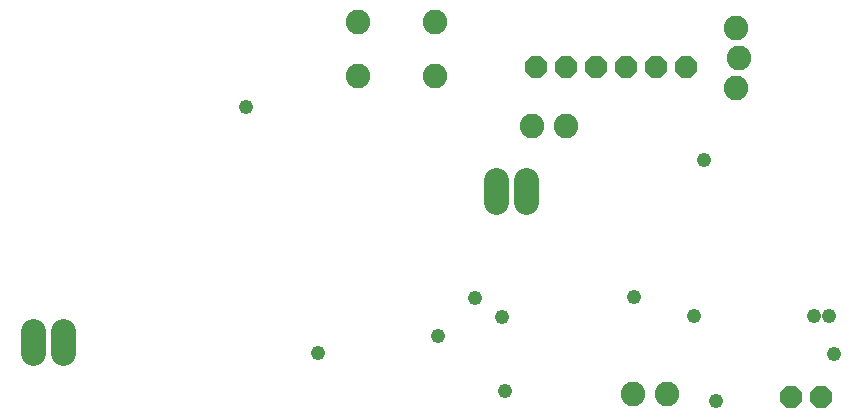
<source format=gbs>
G75*
%MOIN*%
%OFA0B0*%
%FSLAX25Y25*%
%IPPOS*%
%LPD*%
%AMOC8*
5,1,8,0,0,1.08239X$1,22.5*
%
%ADD10C,0.08200*%
%ADD11C,0.08200*%
%ADD12OC8,0.07400*%
%ADD13C,0.04800*%
D10*
X0023075Y0037643D02*
X0023075Y0045043D01*
X0033075Y0045043D02*
X0033075Y0037643D01*
X0177484Y0087957D02*
X0177484Y0095357D01*
X0187484Y0095357D02*
X0187484Y0087957D01*
D11*
X0189383Y0113311D03*
X0200783Y0113311D03*
X0157213Y0130002D03*
X0131613Y0130002D03*
X0131613Y0147802D03*
X0157213Y0147802D03*
X0257614Y0145831D03*
X0258614Y0135831D03*
X0257614Y0125831D03*
X0234562Y0023823D03*
X0223162Y0023823D03*
D12*
X0275791Y0022917D03*
X0285791Y0022917D03*
X0240791Y0132917D03*
X0230791Y0132917D03*
X0220791Y0132917D03*
X0210791Y0132917D03*
X0200791Y0132917D03*
X0190791Y0132917D03*
D13*
X0246776Y0101894D03*
X0223524Y0056417D03*
X0243524Y0049917D03*
X0283524Y0049917D03*
X0288524Y0049917D03*
X0290024Y0037417D03*
X0250713Y0021579D03*
X0180524Y0024917D03*
X0158024Y0043417D03*
X0179453Y0049531D03*
X0170524Y0055917D03*
X0118035Y0037720D03*
X0094020Y0119610D03*
M02*

</source>
